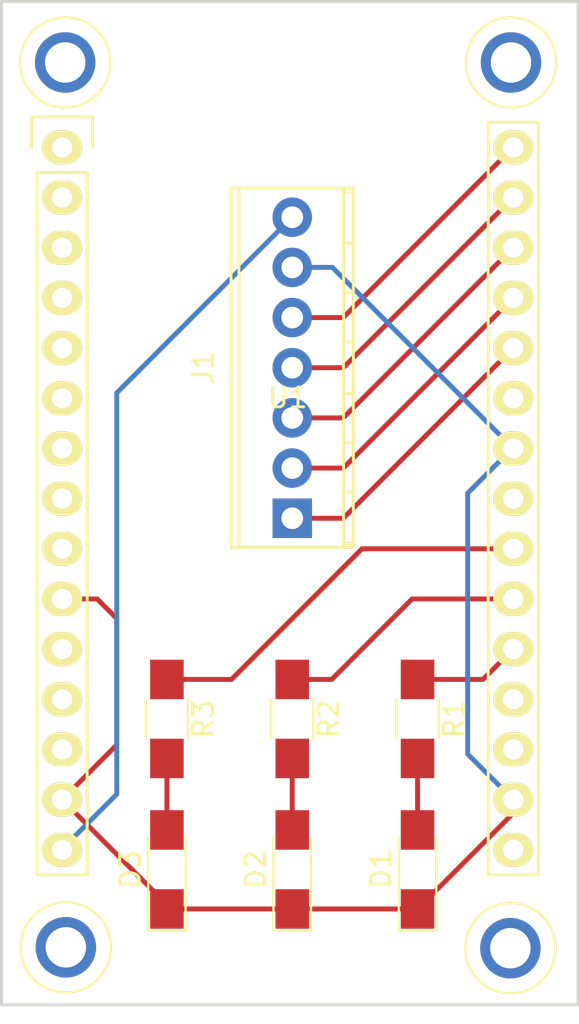
<source format=kicad_pcb>
(kicad_pcb (version 4) (host pcbnew 4.0.7)

  (general
    (links 19)
    (no_connects 0)
    (area 115.57 102.44364 145.58905 157.725001)
    (thickness 1.6)
    (drawings 4)
    (tracks 42)
    (zones 0)
    (modules 12)
    (nets 31)
  )

  (page A4)
  (layers
    (0 F.Cu signal)
    (31 B.Cu signal)
    (32 B.Adhes user)
    (33 F.Adhes user)
    (34 B.Paste user)
    (35 F.Paste user)
    (36 B.SilkS user)
    (37 F.SilkS user)
    (38 B.Mask user)
    (39 F.Mask user)
    (40 Dwgs.User user)
    (41 Cmts.User user)
    (42 Eco1.User user)
    (43 Eco2.User user)
    (44 Edge.Cuts user)
    (45 Margin user)
    (46 B.CrtYd user)
    (47 F.CrtYd user)
    (48 B.Fab user)
    (49 F.Fab user)
  )

  (setup
    (last_trace_width 0.25)
    (trace_clearance 0.2)
    (zone_clearance 0.508)
    (zone_45_only no)
    (trace_min 0.2)
    (segment_width 0.2)
    (edge_width 0.15)
    (via_size 0.6)
    (via_drill 0.4)
    (via_min_size 0.4)
    (via_min_drill 0.3)
    (uvia_size 0.3)
    (uvia_drill 0.1)
    (uvias_allowed no)
    (uvia_min_size 0.2)
    (uvia_min_drill 0.1)
    (pcb_text_width 0.3)
    (pcb_text_size 1.5 1.5)
    (mod_edge_width 0.15)
    (mod_text_size 1 1)
    (mod_text_width 0.15)
    (pad_size 3.064 3.064)
    (pad_drill 2.048)
    (pad_to_mask_clearance 0.2)
    (aux_axis_origin 0 0)
    (visible_elements FFFFFF7F)
    (pcbplotparams
      (layerselection 0x010fc_80000001)
      (usegerberextensions false)
      (usegerberattributes true)
      (excludeedgelayer true)
      (linewidth 0.100000)
      (plotframeref false)
      (viasonmask false)
      (mode 1)
      (useauxorigin false)
      (hpglpennumber 1)
      (hpglpenspeed 20)
      (hpglpendiameter 15)
      (hpglpenoverlay 2)
      (psnegative false)
      (psa4output false)
      (plotreference true)
      (plotvalue true)
      (plotinvisibletext false)
      (padsonsilk false)
      (subtractmaskfromsilk false)
      (outputformat 1)
      (mirror false)
      (drillshape 0)
      (scaleselection 1)
      (outputdirectory gerber/))
  )

  (net 0 "")
  (net 1 GND)
  (net 2 "Net-(D1-Pad2)")
  (net 3 "Net-(D2-Pad2)")
  (net 4 "Net-(D3-Pad2)")
  (net 5 Vin)
  (net 6 "Net-(J1-Pad1)")
  (net 7 "Net-(R1-Pad1)")
  (net 8 "Net-(R2-Pad1)")
  (net 9 "Net-(R3-Pad1)")
  (net 10 "Net-(U1-Pad1)")
  (net 11 "Net-(U1-Pad2)")
  (net 12 "Net-(U1-Pad3)")
  (net 13 "Net-(U1-Pad4)")
  (net 14 "Net-(U1-Pad5)")
  (net 15 "Net-(U1-Pad6)")
  (net 16 "Net-(U1-Pad7)")
  (net 17 "Net-(U1-Pad8)")
  (net 18 "Net-(U1-Pad9)")
  (net 19 "Net-(U1-Pad11)")
  (net 20 "Net-(U1-Pad12)")
  (net 21 "Net-(U1-Pad13)")
  (net 22 "Net-(U1-Pad18)")
  (net 23 "Net-(U1-Pad19)")
  (net 24 "Net-(U1-Pad16)")
  (net 25 "Net-(U1-Pad23)")
  (net 26 "Net-(J1-Pad3)")
  (net 27 "Net-(J1-Pad2)")
  (net 28 "Net-(J1-Pad5)")
  (net 29 +3V3)
  (net 30 "Net-(J1-Pad4)")

  (net_class Default "This is the default net class."
    (clearance 0.2)
    (trace_width 0.25)
    (via_dia 0.6)
    (via_drill 0.4)
    (uvia_dia 0.3)
    (uvia_drill 0.1)
    (add_net +3V3)
    (add_net GND)
    (add_net "Net-(D1-Pad2)")
    (add_net "Net-(D2-Pad2)")
    (add_net "Net-(D3-Pad2)")
    (add_net "Net-(J1-Pad1)")
    (add_net "Net-(J1-Pad2)")
    (add_net "Net-(J1-Pad3)")
    (add_net "Net-(J1-Pad4)")
    (add_net "Net-(J1-Pad5)")
    (add_net "Net-(R1-Pad1)")
    (add_net "Net-(R2-Pad1)")
    (add_net "Net-(R3-Pad1)")
    (add_net "Net-(U1-Pad1)")
    (add_net "Net-(U1-Pad11)")
    (add_net "Net-(U1-Pad12)")
    (add_net "Net-(U1-Pad13)")
    (add_net "Net-(U1-Pad16)")
    (add_net "Net-(U1-Pad18)")
    (add_net "Net-(U1-Pad19)")
    (add_net "Net-(U1-Pad2)")
    (add_net "Net-(U1-Pad23)")
    (add_net "Net-(U1-Pad3)")
    (add_net "Net-(U1-Pad4)")
    (add_net "Net-(U1-Pad5)")
    (add_net "Net-(U1-Pad6)")
    (add_net "Net-(U1-Pad7)")
    (add_net "Net-(U1-Pad8)")
    (add_net "Net-(U1-Pad9)")
    (add_net Vin)
  )

  (module Connectors:1pin (layer F.Cu) (tedit 59F0E1FA) (tstamp 59F0E1E5)
    (at 141.86408 151.3078)
    (descr "module 1 pin (ou trou mecanique de percage)")
    (tags DEV)
    (fp_text reference "" (at 0 -3.048) (layer F.SilkS)
      (effects (font (size 1 1) (thickness 0.15)))
    )
    (fp_text value 1pin (at 0 3) (layer F.Fab)
      (effects (font (size 1 1) (thickness 0.15)))
    )
    (fp_circle (center 0 0) (end 2 0.8) (layer F.Fab) (width 0.1))
    (fp_circle (center 0 0) (end 2.6 0) (layer F.CrtYd) (width 0.05))
    (fp_circle (center 0 0) (end 0 -2.286) (layer F.SilkS) (width 0.12))
    (pad 1 thru_hole circle (at 0 0) (size 3.064 3.064) (drill 2.048) (layers *.Cu *.Mask))
  )

  (module Connectors:1pin (layer F.Cu) (tedit 59F0E207) (tstamp 59F0E1D3)
    (at 119.33936 151.26208)
    (descr "module 1 pin (ou trou mecanique de percage)")
    (tags DEV)
    (fp_text reference "" (at 0 -3.048) (layer F.SilkS)
      (effects (font (size 1 1) (thickness 0.15)))
    )
    (fp_text value 1pin (at 0 3) (layer F.Fab)
      (effects (font (size 1 1) (thickness 0.15)))
    )
    (fp_circle (center 0 0) (end 2 0.8) (layer F.Fab) (width 0.1))
    (fp_circle (center 0 0) (end 2.6 0) (layer F.CrtYd) (width 0.05))
    (fp_circle (center 0 0) (end 0 -2.286) (layer F.SilkS) (width 0.12))
    (pad 1 thru_hole circle (at 0 0) (size 3.064 3.064) (drill 2.048) (layers *.Cu *.Mask))
  )

  (module Connectors:1pin (layer F.Cu) (tedit 59F0E218) (tstamp 59F0E1C3)
    (at 141.89456 106.46664)
    (descr "module 1 pin (ou trou mecanique de percage)")
    (tags DEV)
    (fp_text reference "" (at 0 -3.048) (layer F.SilkS) hide
      (effects (font (size 1 1) (thickness 0.15)))
    )
    (fp_text value 1pin (at 0 3) (layer F.Fab)
      (effects (font (size 1 1) (thickness 0.15)))
    )
    (fp_circle (center 0 0) (end 2 0.8) (layer F.Fab) (width 0.1))
    (fp_circle (center 0 0) (end 2.6 0) (layer F.CrtYd) (width 0.05))
    (fp_circle (center 0 0) (end 0 -2.286) (layer F.SilkS) (width 0.12))
    (pad 1 thru_hole circle (at 0 0) (size 3.064 3.064) (drill 2.048) (layers *.Cu *.Mask))
  )

  (module nodemcu:NodeMCU_Amica_R2 (layer F.Cu) (tedit 5ABE9CEC) (tstamp 59F0AAF0)
    (at 119.149525 110.765001)
    (descr "Through-hole-mounted NodeMCU 0.9")
    (tags nodemcu)
    (path /59E59A24)
    (fp_text reference U1 (at 11.43 12.68) (layer F.SilkS)
      (effects (font (size 1 1) (thickness 0.15)))
    )
    (fp_text value NodeMCU_Amica_R2 (at 11.43 45.085) (layer F.Fab) hide
      (effects (font (size 2 2) (thickness 0.15)))
    )
    (fp_circle (center 0.108949 -4.318) (end 1.378949 -3.048) (layer F.CrtYd) (width 0.15))
    (fp_line (start 15.24 37.465) (end 15.24 42.545) (layer F.CrtYd) (width 0.15))
    (fp_line (start 7.62 37.465) (end 15.24 37.465) (layer F.CrtYd) (width 0.15))
    (fp_line (start 7.62 42.545) (end 7.62 37.465) (layer F.CrtYd) (width 0.15))
    (fp_line (start -1.905 42.545) (end -1.905 -6.35) (layer F.CrtYd) (width 0.15))
    (fp_line (start 24.765 42.545) (end -1.905 42.545) (layer F.CrtYd) (width 0.15))
    (fp_line (start 24.765 -6.35) (end 24.765 42.545) (layer F.CrtYd) (width 0.15))
    (fp_line (start -1.905 -6.35) (end 24.765 -6.35) (layer F.CrtYd) (width 0.15))
    (fp_line (start -1.27 1.27) (end -1.27 36.83) (layer F.SilkS) (width 0.15))
    (fp_line (start -1.27 36.83) (end 1.27 36.83) (layer F.SilkS) (width 0.15))
    (fp_line (start 1.27 36.83) (end 1.27 1.27) (layer F.SilkS) (width 0.15))
    (fp_line (start 1.55 -1.55) (end 1.55 0) (layer F.SilkS) (width 0.15))
    (fp_line (start 1.27 1.27) (end -1.27 1.27) (layer F.SilkS) (width 0.15))
    (fp_line (start -1.55 0) (end -1.55 -1.55) (layer F.SilkS) (width 0.15))
    (fp_line (start -1.55 -1.55) (end 1.55 -1.55) (layer F.SilkS) (width 0.15))
    (fp_line (start 21.59 36.83) (end 24.13 36.83) (layer F.SilkS) (width 0.15))
    (fp_line (start 21.59 -1.27) (end 21.59 36.83) (layer F.SilkS) (width 0.15))
    (fp_line (start 24.13 -1.27) (end 21.59 -1.27) (layer F.SilkS) (width 0.15))
    (fp_line (start 24.13 36.83) (end 24.13 -1.27) (layer F.SilkS) (width 0.15))
    (fp_circle (center 22.733 -4.318) (end 24.003 -3.048) (layer F.CrtYd) (width 0.15))
    (fp_circle (center 22.733 40.513) (end 24.003 41.783) (layer F.CrtYd) (width 0.15))
    (fp_circle (center 0.127 40.513) (end 1.397 41.783) (layer F.CrtYd) (width 0.15))
    (pad 1 thru_hole oval (at 0 0) (size 2.032 1.7272) (drill 1.016) (layers *.Cu *.Mask F.SilkS)
      (net 10 "Net-(U1-Pad1)"))
    (pad 2 thru_hole oval (at 0 2.54) (size 2.032 1.7272) (drill 1.016) (layers *.Cu *.Mask F.SilkS)
      (net 11 "Net-(U1-Pad2)"))
    (pad 3 thru_hole oval (at 0 5.08) (size 2.032 1.7272) (drill 1.016) (layers *.Cu *.Mask F.SilkS)
      (net 12 "Net-(U1-Pad3)"))
    (pad 4 thru_hole oval (at 0 7.62) (size 2.032 1.7272) (drill 1.016) (layers *.Cu *.Mask F.SilkS)
      (net 13 "Net-(U1-Pad4)"))
    (pad 5 thru_hole oval (at 0 10.16) (size 2.032 1.7272) (drill 1.016) (layers *.Cu *.Mask F.SilkS)
      (net 14 "Net-(U1-Pad5)"))
    (pad 6 thru_hole oval (at 0 12.7) (size 2.032 1.7272) (drill 1.016) (layers *.Cu *.Mask F.SilkS)
      (net 15 "Net-(U1-Pad6)"))
    (pad 7 thru_hole oval (at 0 15.24) (size 2.032 1.7272) (drill 1.016) (layers *.Cu *.Mask F.SilkS)
      (net 16 "Net-(U1-Pad7)"))
    (pad 8 thru_hole oval (at 0 17.78) (size 2.032 1.7272) (drill 1.016) (layers *.Cu *.Mask F.SilkS)
      (net 17 "Net-(U1-Pad8)"))
    (pad 9 thru_hole oval (at 0 20.32) (size 2.032 1.7272) (drill 1.016) (layers *.Cu *.Mask F.SilkS)
      (net 18 "Net-(U1-Pad9)"))
    (pad 10 thru_hole oval (at 0 22.86) (size 2.032 1.7272) (drill 1.016) (layers *.Cu *.Mask F.SilkS)
      (net 1 GND))
    (pad 11 thru_hole oval (at 0 25.4) (size 2.032 1.7272) (drill 1.016) (layers *.Cu *.Mask F.SilkS)
      (net 19 "Net-(U1-Pad11)"))
    (pad 12 thru_hole oval (at 0 27.94) (size 2.032 1.7272) (drill 1.016) (layers *.Cu *.Mask F.SilkS)
      (net 20 "Net-(U1-Pad12)"))
    (pad 13 thru_hole oval (at 0 30.48) (size 2.032 1.7272) (drill 1.016) (layers *.Cu *.Mask F.SilkS)
      (net 21 "Net-(U1-Pad13)"))
    (pad 14 thru_hole oval (at 0 33.02) (size 2.032 1.7272) (drill 1.016) (layers *.Cu *.Mask F.SilkS)
      (net 1 GND))
    (pad 15 thru_hole oval (at 0 35.56) (size 2.032 1.7272) (drill 1.016) (layers *.Cu *.Mask F.SilkS)
      (net 5 Vin))
    (pad 30 thru_hole oval (at 22.86 0) (size 2.032 1.7272) (drill 1.016) (layers *.Cu *.Mask F.SilkS)
      (net 28 "Net-(J1-Pad5)"))
    (pad 18 thru_hole oval (at 22.86 30.48) (size 2.032 1.7272) (drill 1.016) (layers *.Cu *.Mask F.SilkS)
      (net 22 "Net-(U1-Pad18)"))
    (pad 17 thru_hole oval (at 22.86 33.02) (size 2.032 1.7272) (drill 1.016) (layers *.Cu *.Mask F.SilkS)
      (net 1 GND))
    (pad 19 thru_hole oval (at 22.86 27.94) (size 2.032 1.7272) (drill 1.016) (layers *.Cu *.Mask F.SilkS)
      (net 23 "Net-(U1-Pad19)"))
    (pad 25 thru_hole oval (at 22.86 12.7) (size 2.032 1.7272) (drill 1.016) (layers *.Cu *.Mask F.SilkS)
      (net 29 +3V3))
    (pad 26 thru_hole oval (at 22.86 10.16) (size 2.032 1.7272) (drill 1.016) (layers *.Cu *.Mask F.SilkS)
      (net 6 "Net-(J1-Pad1)"))
    (pad 24 thru_hole oval (at 22.86 15.24) (size 2.032 1.7272) (drill 1.016) (layers *.Cu *.Mask F.SilkS)
      (net 1 GND))
    (pad 16 thru_hole oval (at 22.86 35.56) (size 2.032 1.7272) (drill 1.016) (layers *.Cu *.Mask F.SilkS)
      (net 24 "Net-(U1-Pad16)"))
    (pad 22 thru_hole oval (at 22.86 20.32) (size 2.032 1.7272) (drill 1.016) (layers *.Cu *.Mask F.SilkS)
      (net 9 "Net-(R3-Pad1)"))
    (pad 23 thru_hole oval (at 22.86 17.78) (size 2.032 1.7272) (drill 1.016) (layers *.Cu *.Mask F.SilkS)
      (net 25 "Net-(U1-Pad23)"))
    (pad 21 thru_hole oval (at 22.86 22.86) (size 2.032 1.7272) (drill 1.016) (layers *.Cu *.Mask F.SilkS)
      (net 8 "Net-(R2-Pad1)"))
    (pad 20 thru_hole oval (at 22.86 25.4) (size 2.032 1.7272) (drill 1.016) (layers *.Cu *.Mask F.SilkS)
      (net 7 "Net-(R1-Pad1)"))
    (pad 28 thru_hole oval (at 22.86 5.08) (size 2.032 1.7272) (drill 1.016) (layers *.Cu *.Mask F.SilkS)
      (net 26 "Net-(J1-Pad3)"))
    (pad 27 thru_hole oval (at 22.86 7.62) (size 2.032 1.7272) (drill 1.016) (layers *.Cu *.Mask F.SilkS)
      (net 27 "Net-(J1-Pad2)"))
    (pad 29 thru_hole oval (at 22.86 2.54) (size 2.032 1.7272) (drill 1.016) (layers *.Cu *.Mask F.SilkS)
      (net 30 "Net-(J1-Pad4)"))
  )

  (module LEDs:LED_1206_HandSoldering (layer F.Cu) (tedit 595FC724) (tstamp 59F0A9FF)
    (at 137.16 147.32 90)
    (descr "LED SMD 1206, hand soldering")
    (tags "LED 1206")
    (path /59E59D50)
    (attr smd)
    (fp_text reference D1 (at 0 -1.85 90) (layer F.SilkS)
      (effects (font (size 1 1) (thickness 0.15)))
    )
    (fp_text value LED (at 0 1.9 90) (layer F.Fab)
      (effects (font (size 1 1) (thickness 0.15)))
    )
    (fp_line (start -3.1 -0.95) (end -3.1 0.95) (layer F.SilkS) (width 0.12))
    (fp_line (start -0.4 0) (end 0.2 -0.4) (layer F.Fab) (width 0.1))
    (fp_line (start 0.2 -0.4) (end 0.2 0.4) (layer F.Fab) (width 0.1))
    (fp_line (start 0.2 0.4) (end -0.4 0) (layer F.Fab) (width 0.1))
    (fp_line (start -0.45 -0.4) (end -0.45 0.4) (layer F.Fab) (width 0.1))
    (fp_line (start -1.6 0.8) (end -1.6 -0.8) (layer F.Fab) (width 0.1))
    (fp_line (start 1.6 0.8) (end -1.6 0.8) (layer F.Fab) (width 0.1))
    (fp_line (start 1.6 -0.8) (end 1.6 0.8) (layer F.Fab) (width 0.1))
    (fp_line (start -1.6 -0.8) (end 1.6 -0.8) (layer F.Fab) (width 0.1))
    (fp_line (start -3.1 0.95) (end 1.6 0.95) (layer F.SilkS) (width 0.12))
    (fp_line (start -3.1 -0.95) (end 1.6 -0.95) (layer F.SilkS) (width 0.12))
    (fp_line (start -3.25 -1.11) (end 3.25 -1.11) (layer F.CrtYd) (width 0.05))
    (fp_line (start -3.25 -1.11) (end -3.25 1.1) (layer F.CrtYd) (width 0.05))
    (fp_line (start 3.25 1.1) (end 3.25 -1.11) (layer F.CrtYd) (width 0.05))
    (fp_line (start 3.25 1.1) (end -3.25 1.1) (layer F.CrtYd) (width 0.05))
    (pad 1 smd rect (at -2 0 90) (size 2 1.7) (layers F.Cu F.Paste F.Mask)
      (net 1 GND))
    (pad 2 smd rect (at 2 0 90) (size 2 1.7) (layers F.Cu F.Paste F.Mask)
      (net 2 "Net-(D1-Pad2)"))
    (model ${KISYS3DMOD}/LEDs.3dshapes/LED_1206.wrl
      (at (xyz 0 0 0))
      (scale (xyz 1 1 1))
      (rotate (xyz 0 0 180))
    )
  )

  (module LEDs:LED_1206_HandSoldering (layer F.Cu) (tedit 595FC724) (tstamp 59F0AA14)
    (at 130.81 147.32 90)
    (descr "LED SMD 1206, hand soldering")
    (tags "LED 1206")
    (path /59E59E79)
    (attr smd)
    (fp_text reference D2 (at 0 -1.85 90) (layer F.SilkS)
      (effects (font (size 1 1) (thickness 0.15)))
    )
    (fp_text value LED (at 0 1.9 90) (layer F.Fab)
      (effects (font (size 1 1) (thickness 0.15)))
    )
    (fp_line (start -3.1 -0.95) (end -3.1 0.95) (layer F.SilkS) (width 0.12))
    (fp_line (start -0.4 0) (end 0.2 -0.4) (layer F.Fab) (width 0.1))
    (fp_line (start 0.2 -0.4) (end 0.2 0.4) (layer F.Fab) (width 0.1))
    (fp_line (start 0.2 0.4) (end -0.4 0) (layer F.Fab) (width 0.1))
    (fp_line (start -0.45 -0.4) (end -0.45 0.4) (layer F.Fab) (width 0.1))
    (fp_line (start -1.6 0.8) (end -1.6 -0.8) (layer F.Fab) (width 0.1))
    (fp_line (start 1.6 0.8) (end -1.6 0.8) (layer F.Fab) (width 0.1))
    (fp_line (start 1.6 -0.8) (end 1.6 0.8) (layer F.Fab) (width 0.1))
    (fp_line (start -1.6 -0.8) (end 1.6 -0.8) (layer F.Fab) (width 0.1))
    (fp_line (start -3.1 0.95) (end 1.6 0.95) (layer F.SilkS) (width 0.12))
    (fp_line (start -3.1 -0.95) (end 1.6 -0.95) (layer F.SilkS) (width 0.12))
    (fp_line (start -3.25 -1.11) (end 3.25 -1.11) (layer F.CrtYd) (width 0.05))
    (fp_line (start -3.25 -1.11) (end -3.25 1.1) (layer F.CrtYd) (width 0.05))
    (fp_line (start 3.25 1.1) (end 3.25 -1.11) (layer F.CrtYd) (width 0.05))
    (fp_line (start 3.25 1.1) (end -3.25 1.1) (layer F.CrtYd) (width 0.05))
    (pad 1 smd rect (at -2 0 90) (size 2 1.7) (layers F.Cu F.Paste F.Mask)
      (net 1 GND))
    (pad 2 smd rect (at 2 0 90) (size 2 1.7) (layers F.Cu F.Paste F.Mask)
      (net 3 "Net-(D2-Pad2)"))
    (model ${KISYS3DMOD}/LEDs.3dshapes/LED_1206.wrl
      (at (xyz 0 0 0))
      (scale (xyz 1 1 1))
      (rotate (xyz 0 0 180))
    )
  )

  (module LEDs:LED_1206_HandSoldering (layer F.Cu) (tedit 595FC724) (tstamp 59F0AA29)
    (at 124.46 147.32 90)
    (descr "LED SMD 1206, hand soldering")
    (tags "LED 1206")
    (path /59E59EBC)
    (attr smd)
    (fp_text reference D3 (at 0 -1.85 90) (layer F.SilkS)
      (effects (font (size 1 1) (thickness 0.15)))
    )
    (fp_text value LED (at 0 1.9 90) (layer F.Fab)
      (effects (font (size 1 1) (thickness 0.15)))
    )
    (fp_line (start -3.1 -0.95) (end -3.1 0.95) (layer F.SilkS) (width 0.12))
    (fp_line (start -0.4 0) (end 0.2 -0.4) (layer F.Fab) (width 0.1))
    (fp_line (start 0.2 -0.4) (end 0.2 0.4) (layer F.Fab) (width 0.1))
    (fp_line (start 0.2 0.4) (end -0.4 0) (layer F.Fab) (width 0.1))
    (fp_line (start -0.45 -0.4) (end -0.45 0.4) (layer F.Fab) (width 0.1))
    (fp_line (start -1.6 0.8) (end -1.6 -0.8) (layer F.Fab) (width 0.1))
    (fp_line (start 1.6 0.8) (end -1.6 0.8) (layer F.Fab) (width 0.1))
    (fp_line (start 1.6 -0.8) (end 1.6 0.8) (layer F.Fab) (width 0.1))
    (fp_line (start -1.6 -0.8) (end 1.6 -0.8) (layer F.Fab) (width 0.1))
    (fp_line (start -3.1 0.95) (end 1.6 0.95) (layer F.SilkS) (width 0.12))
    (fp_line (start -3.1 -0.95) (end 1.6 -0.95) (layer F.SilkS) (width 0.12))
    (fp_line (start -3.25 -1.11) (end 3.25 -1.11) (layer F.CrtYd) (width 0.05))
    (fp_line (start -3.25 -1.11) (end -3.25 1.1) (layer F.CrtYd) (width 0.05))
    (fp_line (start 3.25 1.1) (end 3.25 -1.11) (layer F.CrtYd) (width 0.05))
    (fp_line (start 3.25 1.1) (end -3.25 1.1) (layer F.CrtYd) (width 0.05))
    (pad 1 smd rect (at -2 0 90) (size 2 1.7) (layers F.Cu F.Paste F.Mask)
      (net 1 GND))
    (pad 2 smd rect (at 2 0 90) (size 2 1.7) (layers F.Cu F.Paste F.Mask)
      (net 4 "Net-(D3-Pad2)"))
    (model ${KISYS3DMOD}/LEDs.3dshapes/LED_1206.wrl
      (at (xyz 0 0 0))
      (scale (xyz 1 1 1))
      (rotate (xyz 0 0 180))
    )
  )

  (module Resistors_SMD:R_1206_HandSoldering (layer F.Cu) (tedit 58E0A804) (tstamp 59F0AA96)
    (at 137.16 139.7 270)
    (descr "Resistor SMD 1206, hand soldering")
    (tags "resistor 1206")
    (path /59E59F68)
    (attr smd)
    (fp_text reference R1 (at 0 -1.85 270) (layer F.SilkS)
      (effects (font (size 1 1) (thickness 0.15)))
    )
    (fp_text value R (at 0 1.9 270) (layer F.Fab)
      (effects (font (size 1 1) (thickness 0.15)))
    )
    (fp_text user %R (at 0 0 270) (layer F.Fab)
      (effects (font (size 0.7 0.7) (thickness 0.105)))
    )
    (fp_line (start -1.6 0.8) (end -1.6 -0.8) (layer F.Fab) (width 0.1))
    (fp_line (start 1.6 0.8) (end -1.6 0.8) (layer F.Fab) (width 0.1))
    (fp_line (start 1.6 -0.8) (end 1.6 0.8) (layer F.Fab) (width 0.1))
    (fp_line (start -1.6 -0.8) (end 1.6 -0.8) (layer F.Fab) (width 0.1))
    (fp_line (start 1 1.07) (end -1 1.07) (layer F.SilkS) (width 0.12))
    (fp_line (start -1 -1.07) (end 1 -1.07) (layer F.SilkS) (width 0.12))
    (fp_line (start -3.25 -1.11) (end 3.25 -1.11) (layer F.CrtYd) (width 0.05))
    (fp_line (start -3.25 -1.11) (end -3.25 1.1) (layer F.CrtYd) (width 0.05))
    (fp_line (start 3.25 1.1) (end 3.25 -1.11) (layer F.CrtYd) (width 0.05))
    (fp_line (start 3.25 1.1) (end -3.25 1.1) (layer F.CrtYd) (width 0.05))
    (pad 1 smd rect (at -2 0 270) (size 2 1.7) (layers F.Cu F.Paste F.Mask)
      (net 7 "Net-(R1-Pad1)"))
    (pad 2 smd rect (at 2 0 270) (size 2 1.7) (layers F.Cu F.Paste F.Mask)
      (net 2 "Net-(D1-Pad2)"))
    (model ${KISYS3DMOD}/Resistors_SMD.3dshapes/R_1206.wrl
      (at (xyz 0 0 0))
      (scale (xyz 1 1 1))
      (rotate (xyz 0 0 0))
    )
  )

  (module Resistors_SMD:R_1206_HandSoldering (layer F.Cu) (tedit 58E0A804) (tstamp 59F0AAA7)
    (at 130.81 139.7 270)
    (descr "Resistor SMD 1206, hand soldering")
    (tags "resistor 1206")
    (path /59E59FB7)
    (attr smd)
    (fp_text reference R2 (at 0 -1.85 270) (layer F.SilkS)
      (effects (font (size 1 1) (thickness 0.15)))
    )
    (fp_text value R (at 0 1.9 270) (layer F.Fab)
      (effects (font (size 1 1) (thickness 0.15)))
    )
    (fp_text user %R (at 0 0 270) (layer F.Fab)
      (effects (font (size 0.7 0.7) (thickness 0.105)))
    )
    (fp_line (start -1.6 0.8) (end -1.6 -0.8) (layer F.Fab) (width 0.1))
    (fp_line (start 1.6 0.8) (end -1.6 0.8) (layer F.Fab) (width 0.1))
    (fp_line (start 1.6 -0.8) (end 1.6 0.8) (layer F.Fab) (width 0.1))
    (fp_line (start -1.6 -0.8) (end 1.6 -0.8) (layer F.Fab) (width 0.1))
    (fp_line (start 1 1.07) (end -1 1.07) (layer F.SilkS) (width 0.12))
    (fp_line (start -1 -1.07) (end 1 -1.07) (layer F.SilkS) (width 0.12))
    (fp_line (start -3.25 -1.11) (end 3.25 -1.11) (layer F.CrtYd) (width 0.05))
    (fp_line (start -3.25 -1.11) (end -3.25 1.1) (layer F.CrtYd) (width 0.05))
    (fp_line (start 3.25 1.1) (end 3.25 -1.11) (layer F.CrtYd) (width 0.05))
    (fp_line (start 3.25 1.1) (end -3.25 1.1) (layer F.CrtYd) (width 0.05))
    (pad 1 smd rect (at -2 0 270) (size 2 1.7) (layers F.Cu F.Paste F.Mask)
      (net 8 "Net-(R2-Pad1)"))
    (pad 2 smd rect (at 2 0 270) (size 2 1.7) (layers F.Cu F.Paste F.Mask)
      (net 3 "Net-(D2-Pad2)"))
    (model ${KISYS3DMOD}/Resistors_SMD.3dshapes/R_1206.wrl
      (at (xyz 0 0 0))
      (scale (xyz 1 1 1))
      (rotate (xyz 0 0 0))
    )
  )

  (module Resistors_SMD:R_1206_HandSoldering (layer F.Cu) (tedit 58E0A804) (tstamp 59F0AAB8)
    (at 124.46 139.7 270)
    (descr "Resistor SMD 1206, hand soldering")
    (tags "resistor 1206")
    (path /59E59FE4)
    (attr smd)
    (fp_text reference R3 (at 0 -1.85 270) (layer F.SilkS)
      (effects (font (size 1 1) (thickness 0.15)))
    )
    (fp_text value R (at 0 1.9 270) (layer F.Fab)
      (effects (font (size 1 1) (thickness 0.15)))
    )
    (fp_text user %R (at 0 0 270) (layer F.Fab)
      (effects (font (size 0.7 0.7) (thickness 0.105)))
    )
    (fp_line (start -1.6 0.8) (end -1.6 -0.8) (layer F.Fab) (width 0.1))
    (fp_line (start 1.6 0.8) (end -1.6 0.8) (layer F.Fab) (width 0.1))
    (fp_line (start 1.6 -0.8) (end 1.6 0.8) (layer F.Fab) (width 0.1))
    (fp_line (start -1.6 -0.8) (end 1.6 -0.8) (layer F.Fab) (width 0.1))
    (fp_line (start 1 1.07) (end -1 1.07) (layer F.SilkS) (width 0.12))
    (fp_line (start -1 -1.07) (end 1 -1.07) (layer F.SilkS) (width 0.12))
    (fp_line (start -3.25 -1.11) (end 3.25 -1.11) (layer F.CrtYd) (width 0.05))
    (fp_line (start -3.25 -1.11) (end -3.25 1.1) (layer F.CrtYd) (width 0.05))
    (fp_line (start 3.25 1.1) (end 3.25 -1.11) (layer F.CrtYd) (width 0.05))
    (fp_line (start 3.25 1.1) (end -3.25 1.1) (layer F.CrtYd) (width 0.05))
    (pad 1 smd rect (at -2 0 270) (size 2 1.7) (layers F.Cu F.Paste F.Mask)
      (net 9 "Net-(R3-Pad1)"))
    (pad 2 smd rect (at 2 0 270) (size 2 1.7) (layers F.Cu F.Paste F.Mask)
      (net 4 "Net-(D3-Pad2)"))
    (model ${KISYS3DMOD}/Resistors_SMD.3dshapes/R_1206.wrl
      (at (xyz 0 0 0))
      (scale (xyz 1 1 1))
      (rotate (xyz 0 0 0))
    )
  )

  (module TerminalBlock_Phoenix:TerminalBlock_Phoenix_MPT-2.54mm_7pol (layer F.Cu) (tedit 59C8F4B3) (tstamp 59F0D812)
    (at 130.81 129.54 90)
    (descr "7-way 2.54mm pitch terminal block, Phoenix MPT series")
    (path /59E8C8FC)
    (fp_text reference J1 (at 7.62 -4.50088 90) (layer F.SilkS)
      (effects (font (size 1 1) (thickness 0.15)))
    )
    (fp_text value Screw_Terminal_1x07 (at 7.62 4.50088 90) (layer F.Fab)
      (effects (font (size 1 1) (thickness 0.15)))
    )
    (fp_line (start -1.778 -3.302) (end 17.018 -3.302) (layer F.CrtYd) (width 0.05))
    (fp_line (start -1.778 3.302) (end -1.778 -3.302) (layer F.CrtYd) (width 0.05))
    (fp_line (start 17.018 3.302) (end -1.778 3.302) (layer F.CrtYd) (width 0.05))
    (fp_line (start 17.018 -3.302) (end 17.018 3.302) (layer F.CrtYd) (width 0.05))
    (fp_line (start 16.72082 -3.0988) (end -1.48082 -3.0988) (layer F.SilkS) (width 0.15))
    (fp_line (start 16.72082 -2.70002) (end -1.48082 -2.70002) (layer F.SilkS) (width 0.15))
    (fp_line (start -1.48082 3.0988) (end 16.72082 3.0988) (layer F.SilkS) (width 0.15))
    (fp_line (start 16.72082 2.60096) (end -1.48082 2.60096) (layer F.SilkS) (width 0.15))
    (fp_line (start 13.9192 2.60096) (end 13.9192 3.0988) (layer F.SilkS) (width 0.15))
    (fp_line (start 11.41984 2.60096) (end 11.41984 3.0988) (layer F.SilkS) (width 0.15))
    (fp_line (start 8.92048 2.60096) (end 8.92048 3.0988) (layer F.SilkS) (width 0.15))
    (fp_line (start 6.31698 2.60096) (end 6.31698 3.0988) (layer F.SilkS) (width 0.15))
    (fp_line (start 3.82016 2.60096) (end 3.82016 3.0988) (layer F.SilkS) (width 0.15))
    (fp_line (start -1.27762 3.0988) (end -1.27762 2.60096) (layer F.SilkS) (width 0.15))
    (fp_line (start 16.51762 2.60096) (end 16.51762 3.0988) (layer F.SilkS) (width 0.15))
    (fp_line (start 1.32334 3.0988) (end 1.32334 2.60096) (layer F.SilkS) (width 0.15))
    (fp_line (start 16.71574 3.0988) (end 16.71574 -3.0988) (layer F.SilkS) (width 0.15))
    (fp_line (start -1.47574 -3.0988) (end -1.47574 3.0988) (layer F.SilkS) (width 0.15))
    (pad 4 thru_hole oval (at 7.62 0 270) (size 1.99898 1.99898) (drill 1.09728) (layers *.Cu *.Mask)
      (net 30 "Net-(J1-Pad4)"))
    (pad 1 thru_hole rect (at 0 0 270) (size 1.99898 1.99898) (drill 1.09728) (layers *.Cu *.Mask)
      (net 6 "Net-(J1-Pad1)"))
    (pad 2 thru_hole oval (at 2.54 0 270) (size 1.99898 1.99898) (drill 1.09728) (layers *.Cu *.Mask)
      (net 27 "Net-(J1-Pad2)"))
    (pad 3 thru_hole oval (at 5.08 0 270) (size 1.99898 1.99898) (drill 1.09728) (layers *.Cu *.Mask)
      (net 26 "Net-(J1-Pad3)"))
    (pad 5 thru_hole oval (at 10.16 0 270) (size 1.99898 1.99898) (drill 1.09728) (layers *.Cu *.Mask)
      (net 28 "Net-(J1-Pad5)"))
    (pad 6 thru_hole oval (at 12.7 0 270) (size 1.99898 1.99898) (drill 1.09728) (layers *.Cu *.Mask)
      (net 1 GND))
    (pad 7 thru_hole oval (at 15.24 0 270) (size 1.99898 1.99898) (drill 1.09728) (layers *.Cu *.Mask)
      (net 5 Vin))
    (model Terminal_Blocks.3dshapes/TerminalBlock_Pheonix_MPT-2.54mm_7pol.wrl
      (at (xyz 0.3 0 0))
      (scale (xyz 1 1 1))
      (rotate (xyz 0 0 0))
    )
  )

  (module Connectors:1pin (layer F.Cu) (tedit 59F0E21E) (tstamp 59F0E077)
    (at 119.30634 106.46664)
    (descr "module 1 pin (ou trou mecanique de percage)")
    (tags DEV)
    (fp_text reference REF** (at 0 -3.048) (layer F.SilkS) hide
      (effects (font (size 1 1) (thickness 0.15)))
    )
    (fp_text value 1pin (at 0 3) (layer F.Fab)
      (effects (font (size 1 1) (thickness 0.15)))
    )
    (fp_circle (center 0 0) (end 2 0.8) (layer F.Fab) (width 0.1))
    (fp_circle (center 0 0) (end 2.6 0) (layer F.CrtYd) (width 0.05))
    (fp_circle (center 0 0) (end 0 -2.286) (layer F.SilkS) (width 0.12))
    (pad 1 thru_hole circle (at 0 0) (size 3.064 3.064) (drill 2.048) (layers *.Cu *.Mask))
  )

  (gr_line (start 116.078 154.178) (end 145.288 154.178) (angle 90) (layer Edge.Cuts) (width 0.15))
  (gr_line (start 116.078 103.378) (end 116.078 154.178) (angle 90) (layer Edge.Cuts) (width 0.15))
  (gr_line (start 145.288 103.378) (end 116.078 103.378) (angle 90) (layer Edge.Cuts) (width 0.15))
  (gr_line (start 145.288 154.178) (end 145.288 103.378) (angle 90) (layer Edge.Cuts) (width 0.15))

  (segment (start 142.009525 126.005001) (end 141.964999 126.005001) (width 0.25) (layer B.Cu) (net 1))
  (segment (start 141.964999 126.005001) (end 139.7 128.27) (width 0.25) (layer B.Cu) (net 1) (tstamp 59F0DC54))
  (segment (start 139.7 141.475476) (end 142.009525 143.785001) (width 0.25) (layer B.Cu) (net 1) (tstamp 59F0DC57))
  (segment (start 139.7 128.27) (end 139.7 141.475476) (width 0.25) (layer B.Cu) (net 1) (tstamp 59F0DC55))
  (segment (start 119.149525 133.625001) (end 120.925001 133.625001) (width 0.25) (layer F.Cu) (net 1))
  (segment (start 121.92 141.014526) (end 119.149525 143.785001) (width 0.25) (layer F.Cu) (net 1) (tstamp 59F0DC4A))
  (segment (start 121.92 134.62) (end 121.92 141.014526) (width 0.25) (layer F.Cu) (net 1) (tstamp 59F0DC49))
  (segment (start 120.925001 133.625001) (end 121.92 134.62) (width 0.25) (layer F.Cu) (net 1) (tstamp 59F0DC48))
  (segment (start 130.81 116.84) (end 132.844524 116.84) (width 0.25) (layer B.Cu) (net 1))
  (segment (start 132.844524 116.84) (end 142.009525 126.005001) (width 0.25) (layer B.Cu) (net 1) (tstamp 59F0DC42))
  (segment (start 124.46 149.32) (end 124.46 149.095476) (width 0.25) (layer F.Cu) (net 1))
  (segment (start 124.46 149.095476) (end 119.149525 143.785001) (width 0.25) (layer F.Cu) (net 1) (tstamp 59F0DC3F))
  (segment (start 130.81 149.32) (end 124.46 149.32) (width 0.25) (layer F.Cu) (net 1))
  (segment (start 137.16 149.32) (end 130.81 149.32) (width 0.25) (layer F.Cu) (net 1))
  (segment (start 142.009525 143.785001) (end 142.009525 144.470475) (width 0.25) (layer F.Cu) (net 1))
  (segment (start 142.009525 144.470475) (end 137.16 149.32) (width 0.25) (layer F.Cu) (net 1) (tstamp 59F0DC38))
  (segment (start 119.149525 144.009525) (end 119.149525 143.785001) (width 0.25) (layer F.Cu) (net 1) (tstamp 59F0D911))
  (segment (start 137.16 141.7) (end 137.16 145.32) (width 0.25) (layer F.Cu) (net 2))
  (segment (start 130.81 141.7) (end 130.81 145.32) (width 0.25) (layer F.Cu) (net 3))
  (segment (start 124.46 141.7) (end 124.46 145.32) (width 0.25) (layer F.Cu) (net 4))
  (segment (start 119.149525 146.325001) (end 119.149525 146.280475) (width 0.25) (layer B.Cu) (net 5))
  (segment (start 119.149525 146.280475) (end 121.92 143.51) (width 0.25) (layer B.Cu) (net 5) (tstamp 59F0D937))
  (segment (start 121.92 143.51) (end 121.92 123.19) (width 0.25) (layer B.Cu) (net 5) (tstamp 59F0D938))
  (segment (start 121.92 123.19) (end 130.81 114.3) (width 0.25) (layer B.Cu) (net 5) (tstamp 59F0D93A))
  (segment (start 130.81 129.54) (end 133.394526 129.54) (width 0.25) (layer F.Cu) (net 6))
  (segment (start 133.394526 129.54) (end 142.009525 120.925001) (width 0.25) (layer F.Cu) (net 6) (tstamp 59F0D930))
  (segment (start 137.16 137.7) (end 140.474526 137.7) (width 0.25) (layer F.Cu) (net 7))
  (segment (start 140.474526 137.7) (end 142.009525 136.165001) (width 0.25) (layer F.Cu) (net 7) (tstamp 59F0D8F7))
  (segment (start 130.81 137.7) (end 132.81 137.7) (width 0.25) (layer F.Cu) (net 8))
  (segment (start 136.884999 133.625001) (end 142.009525 133.625001) (width 0.25) (layer F.Cu) (net 8) (tstamp 59F0D8FD))
  (segment (start 132.81 137.7) (end 136.884999 133.625001) (width 0.25) (layer F.Cu) (net 8) (tstamp 59F0D8FB))
  (segment (start 124.46 137.7) (end 127.73 137.7) (width 0.25) (layer F.Cu) (net 9))
  (segment (start 134.344999 131.085001) (end 142.009525 131.085001) (width 0.25) (layer F.Cu) (net 9) (tstamp 59F0D903))
  (segment (start 127.73 137.7) (end 134.344999 131.085001) (width 0.25) (layer F.Cu) (net 9) (tstamp 59F0D901))
  (segment (start 130.81 124.46) (end 133.394526 124.46) (width 0.25) (layer F.Cu) (net 26))
  (segment (start 133.394526 124.46) (end 142.009525 115.845001) (width 0.25) (layer F.Cu) (net 26) (tstamp 59F0D928))
  (segment (start 130.81 127) (end 133.394526 127) (width 0.25) (layer F.Cu) (net 27))
  (segment (start 133.394526 127) (end 142.009525 118.385001) (width 0.25) (layer F.Cu) (net 27) (tstamp 59F0D92C))
  (segment (start 130.81 119.38) (end 133.394526 119.38) (width 0.25) (layer F.Cu) (net 28))
  (segment (start 133.394526 119.38) (end 142.009525 110.765001) (width 0.25) (layer F.Cu) (net 28) (tstamp 59F0D920))
  (segment (start 130.81 121.92) (end 133.394526 121.92) (width 0.25) (layer F.Cu) (net 30))
  (segment (start 133.394526 121.92) (end 142.009525 113.305001) (width 0.25) (layer F.Cu) (net 30) (tstamp 59F0D924))

)

</source>
